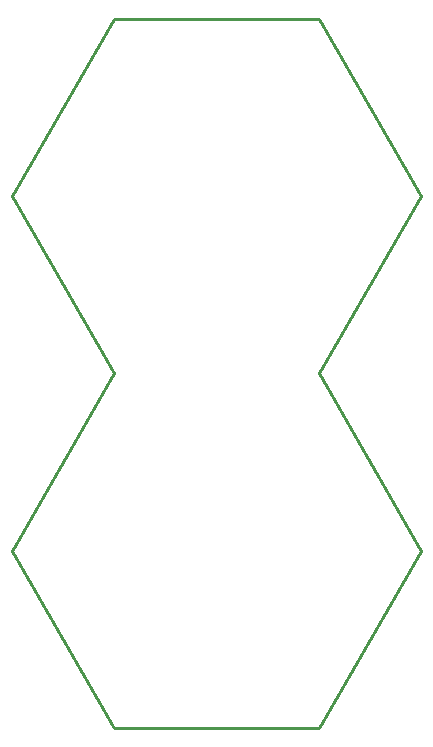
<source format=gbr>
G04 EAGLE Gerber RS-274X export*
G75*
%MOMM*%
%FSLAX34Y34*%
%LPD*%
%IN*%
%IPPOS*%
%AMOC8*
5,1,8,0,0,1.08239X$1,22.5*%
G01*
%ADD10C,0.254000*%


D10*
X157000Y345160D02*
X243600Y195160D01*
X416800Y195160D01*
X503400Y345160D01*
X416800Y495160D01*
X503400Y645160D01*
X416800Y795160D01*
X243600Y795160D01*
X157000Y645160D01*
X243600Y495160D01*
X157000Y345160D01*
M02*

</source>
